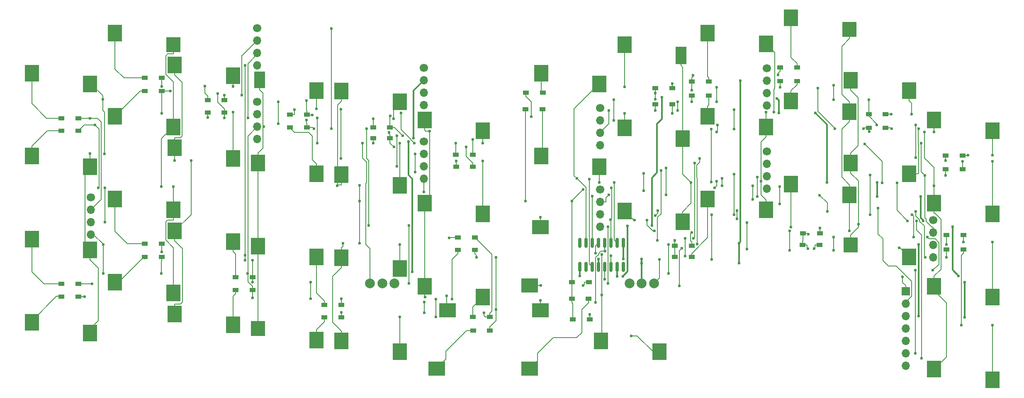
<source format=gbr>
G04 #@! TF.GenerationSoftware,KiCad,Pcbnew,9.0.0*
G04 #@! TF.CreationDate,2025-03-20T15:30:03+09:00*
G04 #@! TF.ProjectId,nofy,6e6f6679-2e6b-4696-9361-645f70636258,rev?*
G04 #@! TF.SameCoordinates,Original*
G04 #@! TF.FileFunction,Copper,L2,Bot*
G04 #@! TF.FilePolarity,Positive*
%FSLAX46Y46*%
G04 Gerber Fmt 4.6, Leading zero omitted, Abs format (unit mm)*
G04 Created by KiCad (PCBNEW 9.0.0) date 2025-03-20 15:30:03*
%MOMM*%
%LPD*%
G01*
G04 APERTURE LIST*
G04 Aperture macros list*
%AMRoundRect*
0 Rectangle with rounded corners*
0 $1 Rounding radius*
0 $2 $3 $4 $5 $6 $7 $8 $9 X,Y pos of 4 corners*
0 Add a 4 corners polygon primitive as box body*
4,1,4,$2,$3,$4,$5,$6,$7,$8,$9,$2,$3,0*
0 Add four circle primitives for the rounded corners*
1,1,$1+$1,$2,$3*
1,1,$1+$1,$4,$5*
1,1,$1+$1,$6,$7*
1,1,$1+$1,$8,$9*
0 Add four rect primitives between the rounded corners*
20,1,$1+$1,$2,$3,$4,$5,0*
20,1,$1+$1,$4,$5,$6,$7,0*
20,1,$1+$1,$6,$7,$8,$9,0*
20,1,$1+$1,$8,$9,$2,$3,0*%
G04 Aperture macros list end*
G04 #@! TA.AperFunction,SMDPad,CuDef*
%ADD10R,1.200000X0.950000*%
G04 #@! TD*
G04 #@! TA.AperFunction,SMDPad,CuDef*
%ADD11R,2.300000X3.550000*%
G04 #@! TD*
G04 #@! TA.AperFunction,SMDPad,CuDef*
%ADD12R,3.000000X3.500000*%
G04 #@! TD*
G04 #@! TA.AperFunction,SMDPad,CuDef*
%ADD13R,3.500000X3.000000*%
G04 #@! TD*
G04 #@! TA.AperFunction,SMDPad,CuDef*
%ADD14R,3.000000X3.050000*%
G04 #@! TD*
G04 #@! TA.AperFunction,ComponentPad*
%ADD15C,1.700000*%
G04 #@! TD*
G04 #@! TA.AperFunction,ComponentPad*
%ADD16O,1.700000X1.700000*%
G04 #@! TD*
G04 #@! TA.AperFunction,ComponentPad*
%ADD17R,1.700000X1.700000*%
G04 #@! TD*
G04 #@! TA.AperFunction,SMDPad,CuDef*
%ADD18R,3.000000X3.150000*%
G04 #@! TD*
G04 #@! TA.AperFunction,SMDPad,CuDef*
%ADD19R,2.300000X3.500000*%
G04 #@! TD*
G04 #@! TA.AperFunction,SMDPad,CuDef*
%ADD20R,2.950000X3.150000*%
G04 #@! TD*
G04 #@! TA.AperFunction,SMDPad,CuDef*
%ADD21RoundRect,0.150000X-0.150000X0.825000X-0.150000X-0.825000X0.150000X-0.825000X0.150000X0.825000X0*%
G04 #@! TD*
G04 #@! TA.AperFunction,ComponentPad*
%ADD22C,2.000000*%
G04 #@! TD*
G04 #@! TA.AperFunction,ViaPad*
%ADD23C,0.600000*%
G04 #@! TD*
G04 #@! TA.AperFunction,Conductor*
%ADD24C,0.200000*%
G04 #@! TD*
G04 #@! TA.AperFunction,Conductor*
%ADD25C,0.350000*%
G04 #@! TD*
G04 APERTURE END LIST*
D10*
X178700025Y-65200000D03*
X182150025Y-65200000D03*
D11*
X153800000Y-28775000D03*
D12*
X142250000Y-26600000D03*
D13*
X106100000Y-80950000D03*
X103900000Y-92850000D03*
X125100000Y-63950000D03*
X122900000Y-75850000D03*
D14*
X188450000Y-67575000D03*
D12*
X200350000Y-70000000D03*
X137450000Y-87200000D03*
X149350000Y-89400000D03*
D10*
X94399975Y-43500000D03*
X90949975Y-43500000D03*
X192126525Y-43600000D03*
X195576525Y-43600000D03*
X174026525Y-34000000D03*
X177476525Y-34000000D03*
X47749975Y-36100000D03*
X44299975Y-36100000D03*
X208000025Y-68500000D03*
X211450025Y-68500000D03*
X152526525Y-67700000D03*
X155976525Y-67700000D03*
X94396875Y-45700000D03*
X90946875Y-45700000D03*
X131526525Y-75200000D03*
X134976525Y-75200000D03*
D15*
X205300000Y-62500000D03*
D16*
X205300000Y-65040000D03*
X205300000Y-67580000D03*
X205300000Y-70120000D03*
D10*
X66299975Y-76800000D03*
X62849975Y-76800000D03*
D12*
X188450000Y-33825000D03*
X200350000Y-36025000D03*
D10*
X30773475Y-78125000D03*
X27323475Y-78125000D03*
D15*
X171300000Y-31400000D03*
D16*
X171300000Y-33940000D03*
X171300000Y-36480000D03*
X171300000Y-39020000D03*
D12*
X33150000Y-68600000D03*
X21250000Y-66400000D03*
X33150000Y-85600000D03*
X21250000Y-83400000D03*
X101450000Y-76000000D03*
X113350000Y-78200000D03*
X101450000Y-59000000D03*
X113350000Y-61200000D03*
D10*
X111673475Y-66000000D03*
X108223475Y-66000000D03*
X30773475Y-75525000D03*
X27323475Y-75525000D03*
D15*
X67300000Y-23160000D03*
D16*
X67300000Y-25700000D03*
X67300000Y-28240000D03*
X67300000Y-30780000D03*
D12*
X205450000Y-42000000D03*
X217350000Y-44200000D03*
X50450000Y-64700000D03*
X62350000Y-66900000D03*
D10*
X131716525Y-82770000D03*
X135166525Y-82770000D03*
D12*
X188150000Y-57300000D03*
X176250000Y-55100000D03*
D10*
X114799975Y-85100000D03*
X111349975Y-85100000D03*
D12*
X50150000Y-77400000D03*
X38250000Y-75200000D03*
D15*
X137300000Y-39505000D03*
D16*
X137300000Y-42045000D03*
X137300000Y-44585000D03*
X137300000Y-47125000D03*
D15*
X101300000Y-46360000D03*
D16*
X101300000Y-48900000D03*
X101300000Y-51440000D03*
X101300000Y-53980000D03*
D10*
X207826525Y-52100000D03*
X211276525Y-52100000D03*
X47773475Y-67300000D03*
X44323475Y-67300000D03*
D13*
X125100000Y-80950000D03*
X122900000Y-92850000D03*
D10*
X207826525Y-49300000D03*
X211276525Y-49300000D03*
D12*
X205450000Y-76000000D03*
X217350000Y-78200000D03*
X67450000Y-67800000D03*
X79350000Y-70000000D03*
D10*
X111326575Y-51600000D03*
X107876575Y-51600000D03*
X30773475Y-44225000D03*
X27323475Y-44225000D03*
X60599975Y-40500000D03*
X57149975Y-40500000D03*
D12*
X205450000Y-93000000D03*
X217350000Y-95200000D03*
X84450000Y-87200000D03*
X96350000Y-89400000D03*
D10*
X152526525Y-70000000D03*
X155976525Y-70000000D03*
D12*
X84450000Y-36100000D03*
X96350000Y-38300000D03*
D10*
X66299975Y-74200000D03*
X62849975Y-74200000D03*
D12*
X84450000Y-53200000D03*
X96350000Y-55400000D03*
X137150000Y-34600000D03*
X125250000Y-32400000D03*
X154150000Y-62800000D03*
X142250000Y-60600000D03*
D10*
X84446575Y-82410000D03*
X80996575Y-82410000D03*
X84419975Y-79810000D03*
X80969975Y-79810000D03*
D15*
X137300000Y-56200000D03*
D16*
X137300000Y-58740000D03*
X137300000Y-61280000D03*
X137300000Y-63820000D03*
D12*
X84450000Y-70200000D03*
X96350000Y-72400000D03*
X50450000Y-47700000D03*
X62350000Y-49900000D03*
D10*
X156000025Y-34100000D03*
X159450025Y-34100000D03*
D12*
X101450000Y-42000000D03*
X113350000Y-44200000D03*
X171150000Y-60400000D03*
X159250000Y-58200000D03*
X188150000Y-40300000D03*
X176250000Y-38100000D03*
D10*
X30773475Y-41625000D03*
X27323475Y-41625000D03*
D17*
X199700000Y-77040000D03*
D16*
X199700000Y-79580000D03*
X199700000Y-82120000D03*
X199700000Y-84660000D03*
X199700000Y-87200000D03*
X199700000Y-89740000D03*
X199700000Y-92280000D03*
D15*
X171300000Y-48460000D03*
D16*
X171300000Y-51000000D03*
X171300000Y-53540000D03*
X171300000Y-56080000D03*
D12*
X50450000Y-81700000D03*
X62350000Y-83900000D03*
D10*
X77426575Y-43500000D03*
X73976575Y-43500000D03*
X47773475Y-70000000D03*
X44323475Y-70000000D03*
X148526525Y-38800000D03*
X151976525Y-38800000D03*
X47749975Y-33400000D03*
X44299975Y-33400000D03*
X192126525Y-40800000D03*
X195576525Y-40800000D03*
D12*
X171150000Y-26400000D03*
X159250000Y-24200000D03*
X171150000Y-43400000D03*
X159250000Y-41200000D03*
D10*
X114773475Y-82300000D03*
X111323475Y-82300000D03*
X174026525Y-31200000D03*
X177476525Y-31200000D03*
D18*
X188150000Y-23475000D03*
D12*
X176250000Y-21100000D03*
X137150000Y-51600000D03*
X125250000Y-49400000D03*
X50150000Y-60400000D03*
X38250000Y-58200000D03*
D10*
X122026525Y-39800000D03*
X125476525Y-39800000D03*
X148526525Y-35500000D03*
X151976525Y-35500000D03*
D18*
X67450000Y-84625000D03*
D12*
X79350000Y-87000000D03*
D10*
X122153125Y-36400000D03*
X125603125Y-36400000D03*
X156000025Y-37000000D03*
X159450025Y-37000000D03*
X208000025Y-65500000D03*
X211450025Y-65500000D03*
X111673475Y-68600000D03*
X108223475Y-68600000D03*
X77399975Y-40900000D03*
X73949975Y-40900000D03*
X178600025Y-67600000D03*
X182050025Y-67600000D03*
D12*
X67450000Y-50800000D03*
X79350000Y-53000000D03*
D10*
X60599975Y-37900000D03*
X57149975Y-37900000D03*
X111299975Y-49100000D03*
X107849975Y-49100000D03*
X131500025Y-78600000D03*
X134950025Y-78600000D03*
D19*
X67800000Y-33800000D03*
D12*
X79350000Y-36000000D03*
X154150000Y-45800000D03*
X142250000Y-43600000D03*
X205450000Y-59000000D03*
X217350000Y-61200000D03*
X33150000Y-34600000D03*
X21250000Y-32400000D03*
D15*
X33315000Y-57805000D03*
D16*
X33315000Y-60345000D03*
X33315000Y-62885000D03*
X33315000Y-65425000D03*
D12*
X50450000Y-30700000D03*
X62350000Y-32900000D03*
D20*
X50125000Y-26575000D03*
D12*
X38250000Y-24200000D03*
X188450000Y-50825000D03*
X200350000Y-53025000D03*
D15*
X101315000Y-31305000D03*
D16*
X101315000Y-33845000D03*
X101315000Y-36385000D03*
X101315000Y-38925000D03*
D12*
X33150000Y-51600000D03*
X21250000Y-49400000D03*
X50150000Y-43400000D03*
X38250000Y-41200000D03*
D15*
X67300000Y-38305000D03*
D16*
X67300000Y-40845000D03*
X67300000Y-43385000D03*
X67300000Y-45925000D03*
D21*
X133155000Y-67125000D03*
X134425000Y-67125000D03*
X135695000Y-67125000D03*
X136965000Y-67125000D03*
X138235000Y-67125000D03*
X139505000Y-67125000D03*
X140775000Y-67125000D03*
X142045000Y-67125000D03*
X142045000Y-72075000D03*
X140775000Y-72075000D03*
X139505000Y-72075000D03*
X138235000Y-72075000D03*
X136965000Y-72075000D03*
X135695000Y-72075000D03*
X134425000Y-72075000D03*
X133155000Y-72075000D03*
D22*
X143290000Y-75400000D03*
X148290000Y-75400000D03*
X145790000Y-75400000D03*
X90300000Y-75400000D03*
X95300000Y-75400000D03*
X92800000Y-75400000D03*
D23*
X151976500Y-34518300D03*
X142250000Y-35233500D03*
X148526500Y-36480000D03*
X184922600Y-37851800D03*
X140047700Y-42045000D03*
X201689600Y-49700200D03*
X173580300Y-32780100D03*
X184922600Y-34889700D03*
X201689600Y-42985500D03*
X192126500Y-37851800D03*
X148526500Y-37796800D03*
X156000000Y-35878400D03*
X207826500Y-50282000D03*
X140047700Y-37826700D03*
X156251300Y-32812100D03*
X123256400Y-41285000D03*
X193753400Y-42985500D03*
X151976500Y-40667000D03*
X142250000Y-40667000D03*
X181764000Y-35504200D03*
X153090400Y-40020600D03*
X153090400Y-38267900D03*
X161061000Y-38267900D03*
X192218300Y-44400600D03*
X191008700Y-43776000D03*
X139045400Y-40025500D03*
X202850400Y-46738100D03*
X148526500Y-40025500D03*
X207826500Y-53359200D03*
X174026500Y-35328300D03*
X156000000Y-38267900D03*
X161061000Y-35297800D03*
X185182900Y-43776000D03*
X203602700Y-53359200D03*
X146853800Y-62519200D03*
X144288300Y-62519200D03*
X148338700Y-64680900D03*
X155976500Y-64985800D03*
X179668100Y-68317600D03*
X152526500Y-66608400D03*
X208000000Y-67508500D03*
X149695500Y-52307800D03*
X148998300Y-66608400D03*
X179815900Y-65328800D03*
X146147500Y-52909500D03*
X182112300Y-57434400D03*
X131526500Y-58586500D03*
X122026500Y-58586500D03*
X201714900Y-60717100D03*
X169409000Y-53711700D03*
X133796000Y-56200000D03*
X169409000Y-57636100D03*
X203698700Y-70120000D03*
X146147500Y-56480100D03*
X183647000Y-60717100D03*
X208000000Y-70120000D03*
X125158100Y-75839000D03*
X133845900Y-75839000D03*
X182150000Y-64104300D03*
X176250000Y-63923600D03*
X196686500Y-40813900D03*
X200836500Y-40813900D03*
X202291300Y-43776000D03*
X196802600Y-43776000D03*
X180993500Y-68347300D03*
X198307300Y-68163000D03*
X143600000Y-86150000D03*
X135166500Y-81776200D03*
X212381500Y-49198600D03*
X217350000Y-49198600D03*
X217350000Y-50478100D03*
X211276500Y-50478100D03*
X173904100Y-55624400D03*
X173904100Y-59202700D03*
X194045000Y-60030300D03*
X184922600Y-65953300D03*
X184922600Y-68700600D03*
X148524800Y-61548600D03*
X165216300Y-62242800D03*
X165216300Y-60575000D03*
X149069000Y-60575000D03*
X199046700Y-74051700D03*
X200054800Y-62644500D03*
X161033600Y-44451200D03*
X191287400Y-46872100D03*
X197889200Y-54848900D03*
X194855800Y-54848900D03*
X202894200Y-90726800D03*
X201857900Y-62644500D03*
X161261900Y-43010000D03*
X140775000Y-73964300D03*
X141932700Y-73964300D03*
X149874000Y-37347900D03*
X147848100Y-63568200D03*
X203264100Y-62659600D03*
X142872800Y-63696300D03*
X209223800Y-63813300D03*
X181205000Y-40533300D03*
X211690300Y-75144400D03*
X210424900Y-73879000D03*
X193870700Y-57619100D03*
X173751200Y-40533300D03*
X193870700Y-54759500D03*
X211690300Y-82404700D03*
X202773200Y-57619100D03*
X183626500Y-54759500D03*
X133155000Y-73898100D03*
X173352000Y-37552600D03*
X150780800Y-51806300D03*
X192400400Y-61357000D03*
X204054400Y-65937800D03*
X201256200Y-65937800D03*
X139080300Y-57278500D03*
X200961000Y-61357000D03*
X201657400Y-72762400D03*
X201657400Y-89740000D03*
X192400400Y-53234200D03*
X150780800Y-57278500D03*
X205218700Y-72762400D03*
X217350000Y-67008400D03*
X211450000Y-67008400D03*
X140182100Y-54746700D03*
X137150000Y-54746700D03*
X155854300Y-54754400D03*
X125100000Y-61918600D03*
X139569900Y-55859800D03*
X171150000Y-40421200D03*
X172719300Y-40421200D03*
X161061000Y-54554400D03*
X170136400Y-54554400D03*
X160684500Y-55859800D03*
X139378700Y-62431700D03*
X136355800Y-79321200D03*
X138270100Y-68800000D03*
X188150000Y-64706900D03*
X125100000Y-78940900D03*
X175974500Y-68686500D03*
X175974500Y-64727000D03*
X137600100Y-69529400D03*
X153486300Y-75962100D03*
X190003800Y-63310500D03*
X167294600Y-63015700D03*
X137600100Y-77791500D03*
X167294600Y-68444200D03*
X153997300Y-68260400D03*
X136324000Y-69296000D03*
X205450000Y-44475000D03*
X203469800Y-44475000D03*
X135695000Y-57551600D03*
X205450000Y-55475600D03*
X217350000Y-84007200D03*
X211057600Y-84007200D03*
X90950000Y-41747700D03*
X95121200Y-41747700D03*
X90946900Y-46767000D03*
X96400900Y-46767000D03*
X96350000Y-67472800D03*
X106450000Y-66100000D03*
X168481600Y-55419400D03*
X162192800Y-55419400D03*
X162192800Y-53913000D03*
X168481600Y-58237800D03*
X132504700Y-53911500D03*
X84378500Y-39787700D03*
X84378500Y-49860300D03*
X36083900Y-48900000D03*
X96679700Y-40573300D03*
X33150000Y-48850000D03*
X99342900Y-46739700D03*
X35750000Y-37750000D03*
X99486700Y-52662300D03*
X99486700Y-48900000D03*
X50150000Y-55624400D03*
X47718400Y-55624400D03*
X62350000Y-35158800D03*
X56559200Y-35053300D03*
X57161100Y-41478100D03*
X62350000Y-40427600D03*
X50450000Y-50315600D03*
X53808800Y-50315600D03*
X74851700Y-39878900D03*
X79350000Y-39724300D03*
X95788300Y-45241000D03*
X95788300Y-51440000D03*
X68654600Y-43390200D03*
X59214100Y-36584300D03*
X36229700Y-55905900D03*
X77310100Y-41996700D03*
X95181200Y-47536600D03*
X60600000Y-41573800D03*
X109931900Y-47536600D03*
X34168900Y-43022500D03*
X49550000Y-36100000D03*
X34798200Y-55905900D03*
X36229700Y-62885000D03*
X34168900Y-43022500D03*
X47750000Y-40640700D03*
X65397200Y-41573800D03*
X94225100Y-44558000D03*
X78893300Y-43806600D03*
X84424400Y-81368600D03*
X116031800Y-80779500D03*
X116031800Y-70146200D03*
X66300000Y-78395700D03*
X112067400Y-70146200D03*
X65317500Y-73397000D03*
X47718400Y-73397000D03*
X32050000Y-78150000D03*
X78226600Y-78587600D03*
X33600000Y-75500000D03*
X35829600Y-67472800D03*
X78226600Y-75178900D03*
X47773500Y-69006700D03*
X84411100Y-78587600D03*
X64781200Y-69693400D03*
X101407000Y-81431400D03*
X64781200Y-70733000D03*
X64781200Y-30780000D03*
X66366100Y-75178900D03*
X66300000Y-70733000D03*
X113612000Y-81431400D03*
X35829600Y-73400000D03*
X101407000Y-79259800D03*
X94446200Y-41145900D03*
X60570300Y-36897900D03*
X96985900Y-45184200D03*
X64151700Y-36950000D03*
X77323300Y-38009600D03*
X33150000Y-41650000D03*
X111300000Y-46011000D03*
X47750000Y-35114300D03*
X78518400Y-40966600D03*
X98155000Y-46423500D03*
X99170900Y-45716900D03*
X98927800Y-73083000D03*
X165611800Y-71325400D03*
X136965000Y-70434900D03*
X142045000Y-70434900D03*
X202281100Y-82146100D03*
X165611800Y-67198500D03*
X145790000Y-71325400D03*
X165896500Y-33940000D03*
X145790000Y-70434900D03*
X202281100Y-67480900D03*
X103791600Y-82283300D03*
X96350000Y-82283300D03*
X107090500Y-78645100D03*
X103791600Y-78645100D03*
X107850000Y-46754100D03*
X113350000Y-46754100D03*
X113350000Y-50350000D03*
X107876600Y-50350000D03*
X138870100Y-75400000D03*
X138870100Y-63820000D03*
X79509900Y-41568300D03*
X79509900Y-46738100D03*
X88775400Y-46738100D03*
X82453200Y-43760000D03*
X82453200Y-23271100D03*
X98216300Y-63564800D03*
X89649600Y-43760000D03*
X98216300Y-75400000D03*
X90067600Y-63564800D03*
X71580000Y-42788500D03*
X105942000Y-78015300D03*
X71580000Y-38273700D03*
X102461800Y-44258600D03*
X101519200Y-78255700D03*
X157082000Y-67379500D03*
X151274000Y-67474400D03*
X151274000Y-73397000D03*
X138235000Y-74619400D03*
X157634700Y-49831600D03*
X164627600Y-39845900D03*
X164627600Y-43825000D03*
X135045900Y-54113100D03*
X159960200Y-54691900D03*
X159960200Y-43825000D03*
X160028400Y-61382400D03*
X164606700Y-61382400D03*
X149364800Y-70540400D03*
X160028400Y-70540400D03*
X164606700Y-53075600D03*
X139505000Y-69747600D03*
X154599000Y-66250100D03*
X156576200Y-50814200D03*
X154599000Y-69832100D03*
X156331700Y-66250100D03*
X101300000Y-56743200D03*
X88191600Y-58586500D03*
X84822300Y-67220900D03*
X88191600Y-67220900D03*
X88191600Y-55357300D03*
X83608700Y-55455100D03*
D24*
X142250000Y-26600000D02*
X142250000Y-35233500D01*
X151976500Y-35500000D02*
X151976500Y-34518300D01*
X156000000Y-34100000D02*
X156000000Y-35878400D01*
X192126500Y-37851800D02*
X192126500Y-41176500D01*
X156000000Y-34100000D02*
X156000000Y-33323300D01*
X184922600Y-34889700D02*
X184922600Y-37851800D01*
X207826500Y-49300000D02*
X207826500Y-50282000D01*
X122153100Y-37176700D02*
X123256400Y-38280000D01*
X140047700Y-37826700D02*
X140047700Y-42045000D01*
X156000000Y-33323300D02*
X156251300Y-33072000D01*
X201689600Y-49700200D02*
X201689600Y-42985500D01*
X174026500Y-31200000D02*
X174026500Y-31976700D01*
X192126500Y-41176500D02*
X193753400Y-42803400D01*
X174026500Y-31976700D02*
X173580300Y-32422900D01*
X123256400Y-38280000D02*
X123256400Y-41285000D01*
X148526500Y-35500000D02*
X148526500Y-36480000D01*
X156251300Y-33072000D02*
X156251300Y-32812100D01*
X173580300Y-32422900D02*
X173580300Y-32780100D01*
X122153100Y-36400000D02*
X122153100Y-37176700D01*
X193753400Y-42803400D02*
X193753400Y-42985500D01*
X148526500Y-37796800D02*
X148526500Y-36480000D01*
X142250000Y-43600000D02*
X142250000Y-40667000D01*
X151976500Y-38800000D02*
X151976500Y-40667000D01*
X203602700Y-61958000D02*
X203602700Y-53359200D01*
X205012100Y-63888300D02*
X203865800Y-62742000D01*
X148526500Y-38800000D02*
X148526500Y-40025500D01*
X153090400Y-40020600D02*
X153090400Y-38267900D01*
X205300000Y-65040000D02*
X205300000Y-63888300D01*
X192218300Y-44400600D02*
X192126500Y-44308800D01*
X137300000Y-44500000D02*
X139045400Y-42754600D01*
X192126500Y-44308800D02*
X192126500Y-43600000D01*
X191224800Y-43600000D02*
X191048800Y-43776000D01*
X161061000Y-38267900D02*
X161061000Y-35297800D01*
X203865800Y-62221100D02*
X203602700Y-61958000D01*
X137300000Y-44585000D02*
X137300000Y-44500000D01*
X203865800Y-62742000D02*
X203865800Y-62221100D01*
X203602700Y-53359200D02*
X202850400Y-52606900D01*
X156000000Y-37000000D02*
X156000000Y-38267900D01*
X185182900Y-43776000D02*
X185182900Y-43660300D01*
X191048800Y-43776000D02*
X191008700Y-43776000D01*
X205300000Y-63888300D02*
X205012100Y-63888300D01*
X192126500Y-43600000D02*
X191224800Y-43600000D01*
X181764000Y-40241400D02*
X181764000Y-35504200D01*
X202850400Y-52606900D02*
X202850400Y-46738100D01*
X207826500Y-52100000D02*
X207826500Y-53359200D01*
X139045400Y-42754600D02*
X139045400Y-40025500D01*
X174026500Y-34000000D02*
X174026500Y-35328300D01*
X185182900Y-43660300D02*
X181764000Y-40241400D01*
X148338700Y-64680800D02*
X148052100Y-64680800D01*
X146853800Y-63482500D02*
X146853800Y-62519200D01*
X155976500Y-64985800D02*
X155730000Y-65232300D01*
X155976500Y-67700000D02*
X155976500Y-66923300D01*
X144169200Y-62519200D02*
X144288300Y-62519200D01*
X155730000Y-65232300D02*
X155730000Y-66676800D01*
X148052100Y-64680800D02*
X146853800Y-63482500D01*
X148338700Y-64680900D02*
X148338700Y-64680800D01*
X142250000Y-60600000D02*
X144169200Y-62519200D01*
X155730000Y-66676800D02*
X155976500Y-66923300D01*
X178700000Y-66723300D02*
X178700000Y-65200000D01*
X148998300Y-61926000D02*
X149695500Y-61228800D01*
X152526500Y-70000000D02*
X152526500Y-67700000D01*
X208000000Y-65500000D02*
X208000000Y-67508500D01*
X152526500Y-67700000D02*
X152526500Y-66608400D01*
X148998300Y-66608400D02*
X148998300Y-61926000D01*
X179501700Y-68151200D02*
X179668100Y-68317600D01*
X179687100Y-65200000D02*
X179815900Y-65328800D01*
X178700000Y-65200000D02*
X179601700Y-65200000D01*
X179501700Y-67600000D02*
X179501700Y-68151200D01*
X178600000Y-67600000D02*
X178600000Y-66823300D01*
X178600000Y-66823300D02*
X178700000Y-66723300D01*
X149695500Y-61228800D02*
X149695500Y-52307800D01*
X179601700Y-65200000D02*
X179687100Y-65200000D01*
X178600000Y-67600000D02*
X179501700Y-67600000D01*
X125250000Y-49400000D02*
X125476500Y-49173500D01*
X125476500Y-49173500D02*
X125476500Y-39800000D01*
X131526500Y-58469500D02*
X133796000Y-56200000D01*
X131526500Y-58586500D02*
X131526500Y-58469500D01*
X201714900Y-61650600D02*
X201714900Y-60717100D01*
X202459600Y-62705900D02*
X202459600Y-62395300D01*
X203452700Y-63699000D02*
X202459600Y-62705900D01*
X122026500Y-39800000D02*
X122026500Y-58586500D01*
X131526500Y-75200000D02*
X131526500Y-58586500D01*
X203452700Y-69874000D02*
X203452700Y-63699000D01*
X131500000Y-78600000D02*
X131500000Y-79376700D01*
X131500000Y-77823300D02*
X131526500Y-77796800D01*
X169409000Y-57636100D02*
X169409000Y-53711700D01*
X131716500Y-79593200D02*
X131500000Y-79376700D01*
X131526500Y-77796800D02*
X131526500Y-75200000D01*
X183647000Y-58969100D02*
X182112300Y-57434400D01*
X146147500Y-56480100D02*
X146147500Y-52909500D01*
X202459600Y-62395300D02*
X201714900Y-61650600D01*
X131716500Y-82770000D02*
X131716500Y-79593200D01*
X131500000Y-78600000D02*
X131500000Y-77823300D01*
X208000000Y-68500000D02*
X208000000Y-70120000D01*
X203698700Y-70120000D02*
X203452700Y-69874000D01*
X183647000Y-60717100D02*
X183647000Y-58969100D01*
X159250000Y-24200000D02*
X159250000Y-33123300D01*
X159450000Y-34100000D02*
X159450000Y-33323300D01*
X159250000Y-33123300D02*
X159450000Y-33323300D01*
X159250000Y-41200000D02*
X159250000Y-39148300D01*
X159450000Y-38948300D02*
X159450000Y-37000000D01*
X159250000Y-39148300D02*
X159450000Y-38948300D01*
X156089100Y-69223300D02*
X159250000Y-66062400D01*
X155976500Y-69223300D02*
X156089100Y-69223300D01*
X155976500Y-70000000D02*
X155976500Y-69223300D01*
X159250000Y-66062400D02*
X159250000Y-58200000D01*
X125147100Y-75850000D02*
X125158100Y-75839000D01*
X134976500Y-75200000D02*
X134074800Y-75200000D01*
X134074800Y-75610100D02*
X134074800Y-75200000D01*
X133845900Y-75839000D02*
X134074800Y-75610100D01*
X122900000Y-75850000D02*
X125147100Y-75850000D01*
X177476500Y-31200000D02*
X177476500Y-30423300D01*
X176250000Y-29196800D02*
X177476500Y-30423300D01*
X176250000Y-21100000D02*
X176250000Y-29196800D01*
X176250000Y-38100000D02*
X176250000Y-36003200D01*
X176250000Y-36003200D02*
X177476500Y-34776700D01*
X177476500Y-34000000D02*
X177476500Y-34776700D01*
X182150000Y-65200000D02*
X182150000Y-64104300D01*
X176250000Y-55100000D02*
X176250000Y-63923600D01*
X134950000Y-78600000D02*
X134950000Y-79376700D01*
X124500000Y-91250000D02*
X122900000Y-92850000D01*
X133528300Y-80798400D02*
X133528300Y-85471700D01*
X127700000Y-86550000D02*
X124500000Y-89750000D01*
X133528300Y-85471700D02*
X132450000Y-86550000D01*
X124500000Y-89750000D02*
X124500000Y-91250000D01*
X134950000Y-79376700D02*
X133528300Y-80798400D01*
X132450000Y-86550000D02*
X127700000Y-86550000D01*
X200350000Y-38076700D02*
X200836500Y-38563200D01*
X196686500Y-40813900D02*
X196492100Y-40813900D01*
X200350000Y-36025000D02*
X200350000Y-38076700D01*
X200836500Y-38563200D02*
X200836500Y-40813900D01*
X196492100Y-40813900D02*
X196478200Y-40800000D01*
X195576500Y-40800000D02*
X196478200Y-40800000D01*
X196478200Y-43600000D02*
X196626600Y-43600000D01*
X196626600Y-43600000D02*
X196802600Y-43776000D01*
X202291300Y-52885400D02*
X202151700Y-53025000D01*
X195576500Y-43600000D02*
X196478200Y-43600000D01*
X202291300Y-47029800D02*
X202291300Y-52885400D01*
X200350000Y-53025000D02*
X202151700Y-53025000D01*
X202248700Y-43818600D02*
X202248700Y-46987200D01*
X202248700Y-46987200D02*
X202291300Y-47029800D01*
X202291300Y-43776000D02*
X202248700Y-43818600D01*
X181148300Y-68192500D02*
X181148300Y-67600000D01*
X198513000Y-68163000D02*
X198307300Y-68163000D01*
X182050000Y-67600000D02*
X181148300Y-67600000D01*
X200350000Y-70000000D02*
X198513000Y-68163000D01*
X180993500Y-68347300D02*
X181148300Y-68192500D01*
X143600000Y-86150000D02*
X144850000Y-86150000D01*
X148100000Y-89400000D02*
X149350000Y-89400000D01*
X135166500Y-82770000D02*
X135166500Y-81776200D01*
X144850000Y-86150000D02*
X148100000Y-89400000D01*
X212279600Y-49198600D02*
X212178200Y-49300000D01*
X211276500Y-49300000D02*
X212178200Y-49300000D01*
X212381500Y-49198600D02*
X212279600Y-49198600D01*
X217350000Y-44200000D02*
X217350000Y-49198600D01*
X217350000Y-61200000D02*
X217350000Y-50478100D01*
X211276500Y-52100000D02*
X211276500Y-50478100D01*
X199700000Y-79220100D02*
X200868800Y-78051300D01*
X197762600Y-71900200D02*
X196105500Y-71900200D01*
X173904100Y-59202700D02*
X173904100Y-55624400D01*
X194989400Y-66265600D02*
X194045000Y-65321200D01*
X200868800Y-78051300D02*
X200868800Y-75006400D01*
X199700000Y-79580000D02*
X199700000Y-79220100D01*
X200868800Y-75006400D02*
X197762600Y-71900200D01*
X194045000Y-65321200D02*
X194045000Y-60030300D01*
X194989400Y-70784100D02*
X194989400Y-66265600D01*
X196105500Y-71900200D02*
X194989400Y-70784100D01*
X184922600Y-68700600D02*
X184922600Y-65953300D01*
X148524800Y-61548600D02*
X149069000Y-61004400D01*
X165216300Y-62242800D02*
X165216300Y-60575000D01*
X199700000Y-77040000D02*
X199700000Y-75888300D01*
X149069000Y-61004400D02*
X149069000Y-60575000D01*
X199046700Y-75235000D02*
X199046700Y-74051700D01*
X199700000Y-75888300D02*
X199046700Y-75235000D01*
X161033600Y-44451200D02*
X161261900Y-44222900D01*
X161261900Y-44222900D02*
X161261900Y-43010000D01*
X194855800Y-50440500D02*
X194855800Y-54848900D01*
X202894200Y-90726800D02*
X202894200Y-65526700D01*
X202894200Y-65526700D02*
X201857900Y-64490400D01*
X201857900Y-64490400D02*
X201857900Y-62644500D01*
X191287400Y-46872100D02*
X194855800Y-50440500D01*
X197889200Y-54848900D02*
X197889200Y-60478900D01*
X197889200Y-60478900D02*
X200054800Y-62644500D01*
D25*
X183626500Y-54759500D02*
X183626500Y-42954800D01*
X209223800Y-72677900D02*
X210424900Y-73879000D01*
X148923300Y-52765400D02*
X147848100Y-53840600D01*
X149874000Y-41786200D02*
X148923300Y-42736900D01*
X183626500Y-42954800D02*
X181205000Y-40533300D01*
X142872800Y-63696300D02*
X142872800Y-73024200D01*
X140775000Y-72075000D02*
X140775000Y-73964300D01*
X173751200Y-37951800D02*
X173352000Y-37552600D01*
X133155000Y-72075000D02*
X133155000Y-73898100D01*
X149874000Y-37347900D02*
X149874000Y-41786200D01*
X142872800Y-73024200D02*
X141932700Y-73964300D01*
X203264100Y-62525700D02*
X202773200Y-62034800D01*
X147848100Y-53840600D02*
X147848100Y-63568200D01*
X209223800Y-63813300D02*
X209223800Y-72677900D01*
X173751200Y-40533300D02*
X173751200Y-37951800D01*
X203264100Y-62659600D02*
X203264100Y-62525700D01*
X148923300Y-42736900D02*
X148923300Y-52765400D01*
X202773200Y-62034800D02*
X202773200Y-57619100D01*
X193870700Y-54759500D02*
X193870700Y-57619100D01*
X211690300Y-75144400D02*
X211690300Y-82404700D01*
D24*
X205676700Y-66310000D02*
X204426600Y-66310000D01*
X150780800Y-57278500D02*
X150780800Y-51806300D01*
X201657400Y-89740000D02*
X201657400Y-72762400D01*
X206466800Y-71514300D02*
X206466800Y-67100100D01*
X206466800Y-67100100D02*
X205676700Y-66310000D01*
X201256200Y-61652200D02*
X200961000Y-61357000D01*
X204426600Y-66310000D02*
X204054400Y-65937800D01*
X138451700Y-57907100D02*
X138451700Y-58740000D01*
X137300000Y-58740000D02*
X138451700Y-58740000D01*
X139080300Y-57278500D02*
X138451700Y-57907100D01*
X192400400Y-53234200D02*
X192400400Y-61357000D01*
X205218700Y-72762400D02*
X206466800Y-71514300D01*
X201256200Y-65937800D02*
X201256200Y-61652200D01*
X217350000Y-78200000D02*
X217350000Y-67008400D01*
X211450000Y-65500000D02*
X211450000Y-67008400D01*
X154150000Y-31201700D02*
X153800000Y-30851700D01*
X137150000Y-51600000D02*
X137150000Y-54746700D01*
X154150000Y-45800000D02*
X154150000Y-31201700D01*
X154150000Y-53050100D02*
X155854300Y-54754400D01*
X154150000Y-45800000D02*
X154150000Y-47851700D01*
X140775000Y-67125000D02*
X140182100Y-66532100D01*
X153800000Y-28775000D02*
X153800000Y-30851700D01*
X154150000Y-62800000D02*
X154150000Y-60748300D01*
X155854300Y-59044000D02*
X154150000Y-60748300D01*
X154150000Y-47851700D02*
X154150000Y-53050100D01*
X140182100Y-66532100D02*
X140182100Y-54746700D01*
X155854300Y-54754400D02*
X155854300Y-59044000D01*
X161061000Y-55483300D02*
X160684500Y-55859800D01*
X170136400Y-46465300D02*
X170136400Y-54554400D01*
X171150000Y-60400000D02*
X171150000Y-58348300D01*
X171150000Y-26400000D02*
X172951700Y-28201700D01*
X161061000Y-54554400D02*
X161061000Y-55483300D01*
X139682000Y-55971900D02*
X139569900Y-55859800D01*
X172951700Y-28201700D02*
X172951700Y-35486100D01*
X139378700Y-62431700D02*
X139505000Y-62558000D01*
X170136400Y-54554400D02*
X170136400Y-57334700D01*
X171150000Y-43400000D02*
X171150000Y-45451700D01*
X171150000Y-45451700D02*
X170136400Y-46465300D01*
X172719300Y-35718500D02*
X172719300Y-40421200D01*
X172951700Y-35486100D02*
X172719300Y-35718500D01*
X139505000Y-62558000D02*
X139505000Y-67125000D01*
X139378700Y-62431700D02*
X139682000Y-62128400D01*
X139682000Y-62128400D02*
X139682000Y-55971900D01*
X170136400Y-57334700D02*
X171150000Y-58348300D01*
X125100000Y-63950000D02*
X125100000Y-61918600D01*
X171150000Y-43400000D02*
X171150000Y-40421200D01*
X138270100Y-68777068D02*
X138270100Y-68800000D01*
X138270100Y-68800000D02*
X137479557Y-68800000D01*
X137479557Y-68800000D02*
X136999100Y-69280457D01*
X186609000Y-36707300D02*
X188150000Y-38248300D01*
X138235000Y-68065000D02*
X138235000Y-67125000D01*
X138250000Y-68080000D02*
X138235000Y-68065000D01*
X188150000Y-40300000D02*
X188150000Y-42351700D01*
X188150000Y-57300000D02*
X188150000Y-55248300D01*
X125100000Y-80950000D02*
X125100000Y-78940900D01*
X136999100Y-69471800D02*
X136355900Y-70115000D01*
X188150000Y-40300000D02*
X188150000Y-38248300D01*
X188150000Y-25351700D02*
X186609000Y-26892700D01*
X138250000Y-68779900D02*
X138250000Y-68080000D01*
X188150000Y-42351700D02*
X186621100Y-43880600D01*
X188150000Y-57300000D02*
X188150000Y-64706900D01*
X136355800Y-70115000D02*
X136355800Y-79321200D01*
X186621100Y-43880600D02*
X186621100Y-53719400D01*
X136999100Y-69280457D02*
X136999100Y-69471800D01*
X186621100Y-53719400D02*
X188150000Y-55248300D01*
X138270100Y-68800000D02*
X138250000Y-68779900D01*
X136355900Y-70115000D02*
X136355800Y-70115000D01*
X186609000Y-26892700D02*
X186609000Y-36707300D01*
X188150000Y-23475000D02*
X188150000Y-25351700D01*
X175974500Y-68686500D02*
X175974500Y-64727000D01*
X190003800Y-54430500D02*
X190003800Y-63310500D01*
X188450000Y-65495500D02*
X188450000Y-65748300D01*
X153486300Y-68771400D02*
X153997300Y-68260400D01*
X137450000Y-87200000D02*
X137600100Y-87049900D01*
X136965000Y-67125000D02*
X136324000Y-67766000D01*
X188450000Y-33825000D02*
X188450000Y-35876700D01*
X188450000Y-50825000D02*
X188450000Y-52876700D01*
X188450000Y-50281300D02*
X188450000Y-50825000D01*
X188450000Y-48773300D02*
X189956300Y-47267000D01*
X153486300Y-75962100D02*
X153486300Y-68771400D01*
X136324000Y-67766000D02*
X136324000Y-69296000D01*
X137600100Y-87049900D02*
X137600100Y-77791500D01*
X189956300Y-47267000D02*
X189956300Y-37383000D01*
X137600100Y-77791500D02*
X137600100Y-69529400D01*
X190003800Y-63310500D02*
X190003800Y-63941700D01*
X188450000Y-52876700D02*
X190003800Y-54430500D01*
X188450000Y-50281300D02*
X188450000Y-48773300D01*
X167294600Y-68444200D02*
X167294600Y-63015700D01*
X190003800Y-63941700D02*
X188450000Y-65495500D01*
X188450000Y-67575000D02*
X188450000Y-65748300D01*
X189956300Y-37383000D02*
X188450000Y-35876700D01*
X206868500Y-62343000D02*
X205577200Y-61051700D01*
X205450000Y-76000000D02*
X205450000Y-73948300D01*
X205577200Y-61051700D02*
X205450000Y-61051700D01*
X205450000Y-76000000D02*
X205450000Y-76850000D01*
X205450000Y-73948300D02*
X206868500Y-72529800D01*
X206868500Y-72529800D02*
X206868500Y-62343000D01*
X205450000Y-59000000D02*
X205450000Y-55475600D01*
X205450000Y-59000000D02*
X205450000Y-61051700D01*
X207983100Y-90466900D02*
X205450000Y-93000000D01*
X203469800Y-49765400D02*
X203469800Y-44475000D01*
X205450000Y-51745600D02*
X203469800Y-49765400D01*
X207983100Y-79383100D02*
X207983100Y-90466900D01*
X135695000Y-67125000D02*
X135695000Y-57551600D01*
X205450000Y-42000000D02*
X205450000Y-44475000D01*
X205450000Y-55475600D02*
X205450000Y-51745600D01*
X205450000Y-76850000D02*
X207983100Y-79383100D01*
X211057600Y-69669100D02*
X211057600Y-84007200D01*
X211450000Y-68500000D02*
X211450000Y-69276700D01*
X211450000Y-69276700D02*
X211057600Y-69669100D01*
X217350000Y-95200000D02*
X217350000Y-84007200D01*
X95121200Y-39528800D02*
X95121200Y-41747700D01*
X90950000Y-43500000D02*
X90950000Y-41747700D01*
X96350000Y-38300000D02*
X95121200Y-39528800D01*
X96400900Y-53297400D02*
X96400900Y-46767000D01*
X96350000Y-55400000D02*
X96350000Y-53348300D01*
X90946900Y-45700000D02*
X90946900Y-46767000D01*
X96350000Y-53348300D02*
X96400900Y-53297400D01*
X108223500Y-66000000D02*
X106550000Y-66000000D01*
X96350000Y-72400000D02*
X96350000Y-67472800D01*
X106550000Y-66000000D02*
X106450000Y-66100000D01*
X125250000Y-36046900D02*
X125603100Y-36400000D01*
X125250000Y-32400000D02*
X125250000Y-36046900D01*
X137150000Y-34600000D02*
X137050000Y-34600000D01*
X162192800Y-55419400D02*
X162192800Y-53913000D01*
X133900000Y-37750000D02*
X131975900Y-39674100D01*
X137050000Y-34600000D02*
X133900000Y-37750000D01*
X168481600Y-55419400D02*
X168481600Y-58237800D01*
X132504700Y-53911500D02*
X134425000Y-55831800D01*
X134425000Y-55831800D02*
X134425000Y-67125000D01*
X131975900Y-53382700D02*
X132504700Y-53911500D01*
X131975900Y-39674100D02*
X131975900Y-53382700D01*
X84378500Y-39787700D02*
X84378500Y-49860300D01*
X21250000Y-32400000D02*
X21250000Y-38650000D01*
X21250000Y-38650000D02*
X24225000Y-41625000D01*
X24225000Y-41625000D02*
X27323500Y-41625000D01*
X32157800Y-52592200D02*
X32157800Y-67607800D01*
X33150000Y-70651700D02*
X33150000Y-68600000D01*
X96679700Y-43967500D02*
X98569200Y-45857000D01*
X36083900Y-40413600D02*
X35750000Y-40079700D01*
X96679700Y-40573300D02*
X96679700Y-43967500D01*
X34815100Y-83034900D02*
X34815100Y-72316800D01*
X35750000Y-37000000D02*
X33350000Y-34600000D01*
X33150000Y-51600000D02*
X32157800Y-52592200D01*
X98569200Y-45857000D02*
X98569200Y-45966000D01*
X35750000Y-37750000D02*
X35750000Y-37000000D01*
X98569200Y-45966000D02*
X99342900Y-46739700D01*
X34815100Y-72316800D02*
X33150000Y-70651700D01*
X33150000Y-85600000D02*
X33150000Y-84700000D01*
X33350000Y-34600000D02*
X33150000Y-34600000D01*
X36083900Y-48900000D02*
X36083900Y-40413600D01*
X32157800Y-67607800D02*
X33150000Y-68600000D01*
X33150000Y-48850000D02*
X33150000Y-51600000D01*
X35750000Y-40079700D02*
X35750000Y-37750000D01*
X33150000Y-84700000D02*
X34815100Y-83034900D01*
X24398300Y-44200000D02*
X21250000Y-47348300D01*
X27323500Y-44200000D02*
X24398300Y-44200000D01*
X21250000Y-47348300D02*
X21250000Y-49400000D01*
X27323500Y-44225000D02*
X27323500Y-44200000D01*
X21250000Y-66400000D02*
X21250000Y-73039000D01*
X23736000Y-75525000D02*
X27323500Y-75525000D01*
X21250000Y-73039000D02*
X23736000Y-75525000D01*
X27323500Y-78125000D02*
X27323500Y-78100000D01*
X21250000Y-83150000D02*
X21250000Y-83400000D01*
X27323500Y-78100000D02*
X26300000Y-78100000D01*
X26300000Y-78100000D02*
X21250000Y-83150000D01*
X44250000Y-33350000D02*
X40050000Y-33350000D01*
X44300000Y-33400000D02*
X44250000Y-33350000D01*
X40050000Y-33350000D02*
X38250000Y-31550000D01*
X38250000Y-31550000D02*
X38250000Y-24200000D01*
X43350000Y-36100000D02*
X44300000Y-36100000D01*
X38250000Y-41200000D02*
X43350000Y-36100000D01*
X47718400Y-45831600D02*
X47718400Y-55624400D01*
X50150000Y-60400000D02*
X50150000Y-55624400D01*
X50150000Y-43400000D02*
X47718400Y-45831600D01*
X48603200Y-66578900D02*
X50150000Y-68125700D01*
X50150000Y-34231600D02*
X48606500Y-32688100D01*
X50150000Y-60400000D02*
X50150000Y-62451700D01*
X99486700Y-52662300D02*
X99486700Y-48900000D01*
X50150000Y-62451700D02*
X48989900Y-62451700D01*
X48603200Y-62838400D02*
X48603200Y-66578900D01*
X48606500Y-28831300D02*
X48986100Y-28451700D01*
X50150000Y-68125700D02*
X50150000Y-77400000D01*
X50150000Y-43400000D02*
X50150000Y-34231600D01*
X48606500Y-32688100D02*
X48606500Y-28831300D01*
X50125000Y-26575000D02*
X50125000Y-28451700D01*
X48989900Y-62451700D02*
X48603200Y-62838400D01*
X48986100Y-28451700D02*
X50125000Y-28451700D01*
X38250000Y-58200000D02*
X38250000Y-64800000D01*
X38250000Y-64800000D02*
X40750000Y-67300000D01*
X40750000Y-67300000D02*
X44323500Y-67300000D01*
X44000000Y-70150000D02*
X44323500Y-70473500D01*
X38250000Y-75200000D02*
X38950000Y-75200000D01*
X38950000Y-75200000D02*
X44000000Y-70150000D01*
X44323500Y-70473500D02*
X44323500Y-70000000D01*
X57150000Y-37900000D02*
X57150000Y-37123300D01*
X56559200Y-36532500D02*
X56559200Y-35053300D01*
X62350000Y-32900000D02*
X62350000Y-35158800D01*
X57150000Y-37123300D02*
X56559200Y-36532500D01*
X57150000Y-41276700D02*
X57161100Y-41287800D01*
X57161100Y-41287800D02*
X57161100Y-41478100D01*
X57150000Y-40500000D02*
X57150000Y-41276700D01*
X62350000Y-49900000D02*
X62350000Y-40427600D01*
X50450000Y-81700000D02*
X50450000Y-79648300D01*
X51987800Y-68289500D02*
X50450000Y-66751700D01*
X50450000Y-79648300D02*
X51603400Y-79648300D01*
X51603400Y-79648300D02*
X51987800Y-79263900D01*
X51962700Y-34264400D02*
X51962700Y-45270200D01*
X51584600Y-45648300D02*
X50450000Y-45648300D01*
X53808700Y-61341300D02*
X53808700Y-50315600D01*
X50450000Y-47700000D02*
X50450000Y-45648300D01*
X50450000Y-47700000D02*
X50450000Y-50315600D01*
X50450000Y-30700000D02*
X50450000Y-32751700D01*
X50450000Y-64700000D02*
X53808700Y-61341300D01*
X53808700Y-50315600D02*
X53808800Y-50315600D01*
X50450000Y-32751700D02*
X51962700Y-34264400D01*
X51987800Y-79263900D02*
X51987800Y-68289500D01*
X51962700Y-45270200D02*
X51584600Y-45648300D01*
X50450000Y-64700000D02*
X50450000Y-66751700D01*
X62350000Y-66900000D02*
X62350000Y-68951700D01*
X62850000Y-74200000D02*
X62850000Y-69451700D01*
X62850000Y-69451700D02*
X62350000Y-68951700D01*
X62350000Y-78076700D02*
X62350000Y-83900000D01*
X62850000Y-77576700D02*
X62350000Y-78076700D01*
X62850000Y-76800000D02*
X62850000Y-77576700D01*
X73950000Y-40900000D02*
X74851700Y-40900000D01*
X79350000Y-36000000D02*
X79350000Y-39724300D01*
X74851700Y-40900000D02*
X74851700Y-39878900D01*
X68479100Y-43390200D02*
X68654600Y-43390200D01*
X67450000Y-50800000D02*
X67450000Y-67800000D01*
X67450000Y-84625000D02*
X67450000Y-67800000D01*
X67450000Y-49774100D02*
X67450000Y-48748300D01*
X68479100Y-36530800D02*
X68479100Y-43390200D01*
X67800000Y-35851700D02*
X68479100Y-36530800D01*
X67450000Y-49774100D02*
X67450000Y-50800000D01*
X67800000Y-33800000D02*
X67800000Y-35851700D01*
X95788300Y-45241000D02*
X95788300Y-51440000D01*
X68479100Y-47719200D02*
X67450000Y-48748300D01*
X68479100Y-43390200D02*
X68479100Y-47719200D01*
X73976600Y-43500000D02*
X73976600Y-43626600D01*
X77751100Y-44500000D02*
X78563400Y-45312300D01*
X74850000Y-44500000D02*
X77751100Y-44500000D01*
X73976600Y-43626600D02*
X74850000Y-44500000D01*
X78563400Y-45312300D02*
X78563400Y-50161700D01*
X79350000Y-50948300D02*
X79350000Y-53000000D01*
X78563400Y-50161700D02*
X79350000Y-50948300D01*
X80970000Y-79033300D02*
X79350100Y-77413400D01*
X79350100Y-77413400D02*
X79350100Y-72051700D01*
X79350000Y-70000000D02*
X79350000Y-72051700D01*
X79350100Y-72051700D02*
X79350000Y-72051700D01*
X80970000Y-79810000D02*
X80970000Y-79033300D01*
X111326600Y-50823300D02*
X109931900Y-49428600D01*
X47750000Y-36100000D02*
X47750000Y-40640700D01*
X34966500Y-43820100D02*
X34966500Y-55737600D01*
X77426600Y-43500000D02*
X78328300Y-43500000D01*
X77310100Y-42606800D02*
X77310100Y-41996700D01*
X30775000Y-44225000D02*
X30773500Y-44225000D01*
X94396900Y-45700000D02*
X94396900Y-46752300D01*
X60600000Y-40500000D02*
X60600000Y-39723300D01*
X78328300Y-43500000D02*
X78586700Y-43500000D01*
X31977500Y-43022500D02*
X30775000Y-44225000D01*
X78586700Y-43500000D02*
X78893300Y-43806600D01*
X94396900Y-44923300D02*
X94225100Y-44751500D01*
X111326600Y-51600000D02*
X111326600Y-50823300D01*
X59214100Y-38337400D02*
X59214100Y-36584300D01*
X77426600Y-43500000D02*
X77426600Y-42723300D01*
X36229700Y-62885000D02*
X36229700Y-55905900D01*
X67300000Y-28550000D02*
X65397200Y-30452800D01*
X60600000Y-40500000D02*
X60600000Y-41573800D01*
X109931900Y-49428600D02*
X109931900Y-47536600D01*
X34168900Y-43022500D02*
X34966500Y-43820100D01*
X94396900Y-46752300D02*
X95181200Y-47536600D01*
X94396900Y-45700000D02*
X94396900Y-44923300D01*
X49550000Y-36100000D02*
X47750000Y-36100000D01*
X67300000Y-28240000D02*
X67300000Y-28550000D01*
X34966500Y-55737600D02*
X34798200Y-55905900D01*
X77426600Y-42723300D02*
X77310100Y-42606800D01*
X60600000Y-39723300D02*
X59214100Y-38337400D01*
X65397200Y-30452800D02*
X65397200Y-41573800D01*
X94225100Y-44751500D02*
X94225100Y-44558000D01*
X34168900Y-43022500D02*
X31977500Y-43022500D01*
X65384900Y-73397000D02*
X65317500Y-73397000D01*
X112067400Y-69770600D02*
X112067400Y-70146200D01*
X116031800Y-80779500D02*
X116031800Y-70146200D01*
X66300000Y-76800000D02*
X66300000Y-76023300D01*
X32050000Y-78150000D02*
X32025000Y-78125000D01*
X111673500Y-69376700D02*
X112067400Y-69770600D01*
X84424400Y-81611100D02*
X84424400Y-81368600D01*
X65384900Y-75108200D02*
X66300000Y-76023300D01*
X111673500Y-68600000D02*
X111673500Y-69376700D01*
X32025000Y-78125000D02*
X30773500Y-78125000D01*
X65384900Y-45300100D02*
X65384900Y-73397000D01*
X84446600Y-81633300D02*
X84424400Y-81611100D01*
X65384900Y-73397000D02*
X65384900Y-75108200D01*
X114800000Y-84323300D02*
X116031800Y-83091500D01*
X47773500Y-70776700D02*
X47718400Y-70831800D01*
X114800000Y-85100000D02*
X114800000Y-84323300D01*
X84446600Y-82410000D02*
X84446600Y-81633300D01*
X116031800Y-83091500D02*
X116031800Y-80779500D01*
X66300000Y-76800000D02*
X66300000Y-78395700D01*
X67300000Y-43385000D02*
X65384900Y-45300100D01*
X47718400Y-70831800D02*
X47718400Y-73397000D01*
X47773500Y-70000000D02*
X47773500Y-70776700D01*
X33315000Y-65425000D02*
X33825000Y-65425000D01*
X35829600Y-67472800D02*
X35829600Y-73400000D01*
X30773500Y-75525000D02*
X33575000Y-75525000D01*
X113612000Y-82040200D02*
X113612000Y-81431400D01*
X113871800Y-82300000D02*
X113612000Y-82040200D01*
X66366100Y-75178900D02*
X66300000Y-75112800D01*
X35829600Y-67429600D02*
X35829600Y-67472800D01*
X66300000Y-75112800D02*
X66300000Y-74200000D01*
X114773500Y-82300000D02*
X113871800Y-82300000D01*
X47773500Y-67300000D02*
X47773500Y-69006700D01*
X84420000Y-79033300D02*
X84411100Y-79024400D01*
X66300000Y-74200000D02*
X66300000Y-70733000D01*
X111673475Y-66000000D02*
X115151700Y-69478225D01*
X101407000Y-79259800D02*
X101407000Y-81431400D01*
X84420000Y-79810000D02*
X84420000Y-79033300D01*
X78226600Y-75178900D02*
X78226600Y-78587600D01*
X33575000Y-75525000D02*
X33600000Y-75500000D01*
X64781200Y-70733000D02*
X64781200Y-69693400D01*
X84411100Y-79024400D02*
X84411100Y-78587600D01*
X111673500Y-66000000D02*
X111673475Y-66000000D01*
X115151700Y-81145100D02*
X114773500Y-81523300D01*
X64781200Y-30780000D02*
X64781200Y-69693400D01*
X33825000Y-65425000D02*
X35829600Y-67429600D01*
X115151700Y-69478225D02*
X115151700Y-81145100D01*
X114773500Y-81523300D02*
X114773500Y-82300000D01*
X94400000Y-41192100D02*
X94446200Y-41145900D01*
X77323300Y-40046600D02*
X77323300Y-38009600D01*
X77400000Y-40900000D02*
X77400000Y-40589400D01*
X64151700Y-36950000D02*
X64151700Y-28848300D01*
X35423200Y-58236800D02*
X33315000Y-60345000D01*
X64151700Y-28848300D02*
X67300000Y-25700000D01*
X77400000Y-40589400D02*
X77400000Y-40123300D01*
X111300000Y-49100000D02*
X111300000Y-46011000D01*
X95301700Y-43500000D02*
X96985900Y-45184200D01*
X34675900Y-41650000D02*
X35423200Y-42397300D01*
X77400000Y-40123300D02*
X77323300Y-40046600D01*
X33150000Y-41650000D02*
X34675900Y-41650000D01*
X94400000Y-43500000D02*
X95301700Y-43500000D01*
X47750000Y-33400000D02*
X47750000Y-35114300D01*
X30950000Y-41650000D02*
X30925000Y-41625000D01*
X35423200Y-42397300D02*
X35423200Y-58236800D01*
X30925000Y-41625000D02*
X30773500Y-41625000D01*
X60570300Y-36897900D02*
X60600000Y-36927600D01*
X94400000Y-43500000D02*
X94400000Y-41192100D01*
X77777200Y-40966600D02*
X78518400Y-40966600D01*
X60600000Y-36927600D02*
X60600000Y-37900000D01*
X33150000Y-41650000D02*
X30950000Y-41650000D01*
X77400000Y-40589400D02*
X77777200Y-40966600D01*
D25*
X98155000Y-46423500D02*
X98155000Y-53248400D01*
X99170900Y-45716900D02*
X99170900Y-35979100D01*
X99170900Y-35979100D02*
X101305000Y-33845000D01*
X98155000Y-53248400D02*
X98927800Y-54021200D01*
X101305000Y-33845000D02*
X101315000Y-33845000D01*
X98927800Y-54021200D02*
X98927800Y-73083000D01*
D24*
X80996600Y-83301700D02*
X80996600Y-82410000D01*
X79350000Y-84948300D02*
X80996600Y-83301700D01*
X79350000Y-87000000D02*
X79350000Y-84948300D01*
D25*
X202337300Y-82089900D02*
X202337300Y-67537100D01*
X202337300Y-67537100D02*
X202281100Y-67480900D01*
X142045000Y-67125000D02*
X142045000Y-70434900D01*
X145790000Y-75400000D02*
X145790000Y-71325400D01*
X136965000Y-72075000D02*
X136965000Y-70434900D01*
X145790000Y-71325400D02*
X145790000Y-70434900D01*
X165611800Y-71325400D02*
X165611800Y-67198500D01*
X202281100Y-82146100D02*
X202337300Y-82089900D01*
X165611800Y-67198500D02*
X165896500Y-66913800D01*
X165896500Y-66913800D02*
X165896500Y-33940000D01*
D24*
X108223500Y-68600000D02*
X108223500Y-69376700D01*
X108223500Y-69376700D02*
X107090500Y-70509700D01*
X96350000Y-89400000D02*
X96350000Y-82283300D01*
X107090500Y-70509700D02*
X107090500Y-78645100D01*
X103791600Y-82283300D02*
X103791600Y-78645100D01*
X107850000Y-49100000D02*
X107850000Y-46754100D01*
X113350000Y-44200000D02*
X113350000Y-46754100D01*
X107876600Y-51600000D02*
X107876600Y-50350000D01*
X113350000Y-61200000D02*
X113350000Y-50350000D01*
X111323500Y-80226500D02*
X113350000Y-78200000D01*
X111323500Y-82300000D02*
X111323500Y-80226500D01*
X111298200Y-85100000D02*
X110000000Y-85100000D01*
X105801100Y-90948900D02*
X103900000Y-92850000D01*
X110000000Y-85100000D02*
X105801100Y-89298900D01*
X105801100Y-89298900D02*
X105801100Y-90948900D01*
X138870100Y-75400000D02*
X138870100Y-63820000D01*
X88775400Y-49800500D02*
X88775400Y-46738100D01*
X79509900Y-46738100D02*
X79509900Y-41568300D01*
X89456500Y-67480300D02*
X89456500Y-54906800D01*
X89616000Y-50641100D02*
X88775400Y-49800500D01*
X90300000Y-68323800D02*
X89456500Y-67480300D01*
X89616000Y-54747300D02*
X89616000Y-50641100D01*
X90300000Y-75400000D02*
X90300000Y-68323800D01*
X89456500Y-54906800D02*
X89616000Y-54747300D01*
X90067600Y-63564800D02*
X90067600Y-50324500D01*
X89649600Y-49906500D02*
X89649600Y-43760000D01*
X90067600Y-50324500D02*
X89649600Y-49906500D01*
X98216300Y-75400000D02*
X98216300Y-63564800D01*
X82453200Y-23271100D02*
X82453200Y-43760000D01*
X71580000Y-42788500D02*
X71580000Y-38273700D01*
X101450000Y-44051700D02*
X101656900Y-44258600D01*
X101450000Y-42000000D02*
X101450000Y-44051700D01*
X101519200Y-78120900D02*
X101519200Y-78255700D01*
X101656900Y-44258600D02*
X102461800Y-44258600D01*
X101450000Y-59000000D02*
X102461800Y-57988200D01*
X105942000Y-80792000D02*
X105942000Y-78015300D01*
X101450000Y-59000000D02*
X101450000Y-76000000D01*
X101450000Y-76000000D02*
X101450000Y-78051700D01*
X106100000Y-80950000D02*
X105942000Y-80792000D01*
X102461800Y-57988200D02*
X102461800Y-44258600D01*
X101450000Y-78051700D02*
X101519200Y-78120900D01*
X157082000Y-53891800D02*
X156977900Y-53787700D01*
X156977900Y-51265300D02*
X157634700Y-50608500D01*
X151274000Y-67474400D02*
X151274000Y-73397000D01*
X138235000Y-72075000D02*
X138235000Y-74619400D01*
X157634700Y-50608500D02*
X157634700Y-49831600D01*
X156977900Y-53787700D02*
X156977900Y-51265300D01*
X157082000Y-67379500D02*
X157082000Y-53891800D01*
X164627600Y-39845900D02*
X164627600Y-43825000D01*
X159960200Y-43825000D02*
X159960200Y-54691900D01*
X135695000Y-72075000D02*
X135045900Y-71425900D01*
X135045900Y-71425900D02*
X135045900Y-54113100D01*
X164606700Y-61382400D02*
X164606700Y-53075600D01*
X160028400Y-70540400D02*
X160028400Y-61382400D01*
X149364800Y-74325200D02*
X149364800Y-70540400D01*
X148290000Y-75400000D02*
X149364800Y-74325200D01*
X156576200Y-54154200D02*
X156576200Y-50814200D01*
X156626200Y-54204200D02*
X156576200Y-54154200D01*
X154599000Y-69832100D02*
X154599000Y-66250100D01*
X156626200Y-65955600D02*
X156626200Y-54204200D01*
X156331700Y-66250100D02*
X156626200Y-65955600D01*
X139505000Y-72075000D02*
X139505000Y-69747600D01*
X88191600Y-58586500D02*
X88191600Y-67220900D01*
X83654900Y-51943400D02*
X83654900Y-38946800D01*
X83710400Y-55353400D02*
X83710400Y-55251700D01*
X84450000Y-69174100D02*
X84450000Y-68148300D01*
X83654900Y-38946800D02*
X84450000Y-38151700D01*
X84450000Y-87200000D02*
X84450000Y-85148300D01*
X84450000Y-69174100D02*
X84450000Y-70200000D01*
X84822300Y-67776000D02*
X84822300Y-67220900D01*
X82707200Y-73994500D02*
X82707200Y-83405500D01*
X83710400Y-51998900D02*
X83654900Y-51943400D01*
X83608700Y-55455100D02*
X83710400Y-55353400D01*
X88191600Y-55357300D02*
X88191600Y-58586500D01*
X84450000Y-53200000D02*
X84450000Y-55251700D01*
X83710400Y-55251700D02*
X83710400Y-51998900D01*
X83710400Y-55251700D02*
X84450000Y-55251700D01*
X84450000Y-68148300D02*
X84822300Y-67776000D01*
X84450000Y-70200000D02*
X84450000Y-72251700D01*
X82707200Y-83405500D02*
X84450000Y-85148300D01*
X101300000Y-53980000D02*
X101300000Y-56743200D01*
X84450000Y-36100000D02*
X84450000Y-38151700D01*
X84450000Y-72251700D02*
X82707200Y-73994500D01*
M02*

</source>
